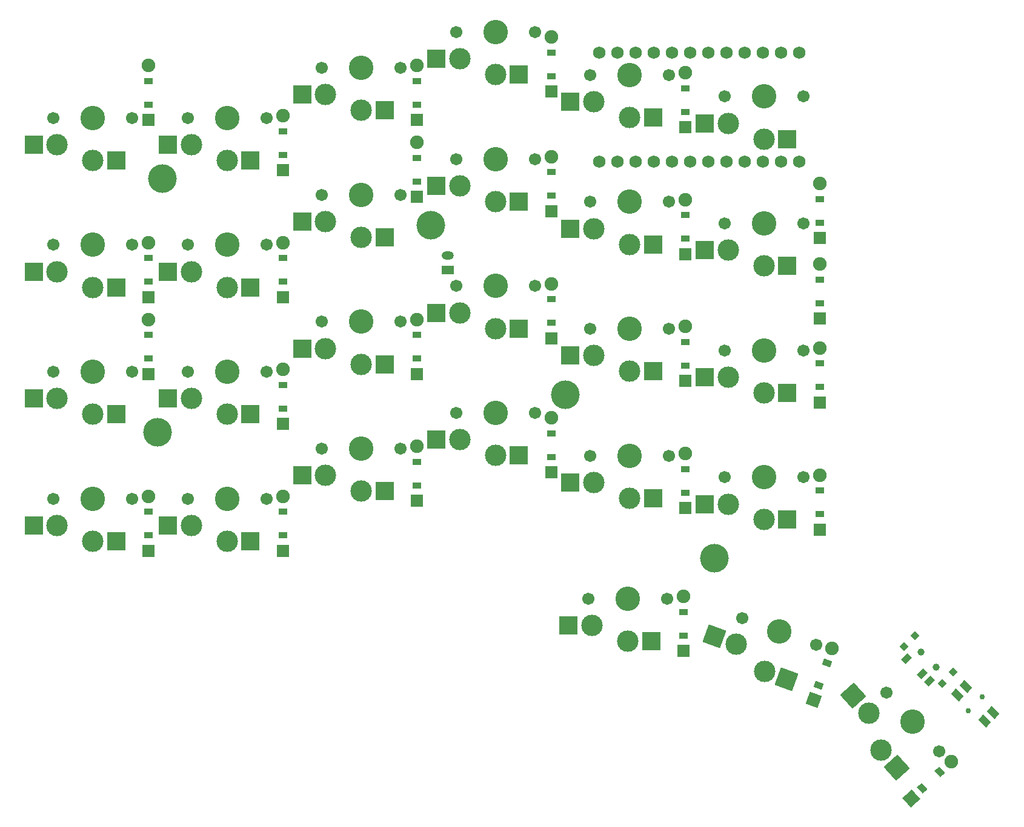
<source format=gbr>
%TF.GenerationSoftware,KiCad,Pcbnew,8.0.7*%
%TF.CreationDate,2024-12-27T12:49:26-06:00*%
%TF.ProjectId,left,6c656674-2e6b-4696-9361-645f70636258,v1.0.0*%
%TF.SameCoordinates,Original*%
%TF.FileFunction,Soldermask,Bot*%
%TF.FilePolarity,Negative*%
%FSLAX46Y46*%
G04 Gerber Fmt 4.6, Leading zero omitted, Abs format (unit mm)*
G04 Created by KiCad (PCBNEW 8.0.7) date 2024-12-27 12:49:26*
%MOMM*%
%LPD*%
G01*
G04 APERTURE LIST*
G04 Aperture macros list*
%AMRotRect*
0 Rectangle, with rotation*
0 The origin of the aperture is its center*
0 $1 length*
0 $2 width*
0 $3 Rotation angle, in degrees counterclockwise*
0 Add horizontal line*
21,1,$1,$2,0,0,$3*%
G04 Aperture macros list end*
%ADD10RotRect,0.900000X0.900000X316.000000*%
%ADD11C,1.000000*%
%ADD12RotRect,0.900000X1.250000X316.000000*%
%ADD13R,1.778000X1.778000*%
%ADD14R,1.200000X0.900000*%
%ADD15C,1.905000*%
%ADD16C,1.701800*%
%ADD17C,3.000000*%
%ADD18C,3.429000*%
%ADD19R,2.600000X2.600000*%
%ADD20C,1.752600*%
%ADD21C,4.000000*%
%ADD22RotRect,1.778000X1.778000X42.000000*%
%ADD23RotRect,0.900000X1.200000X42.000000*%
%ADD24C,0.750000*%
%ADD25RotRect,1.550000X1.000000X316.000000*%
%ADD26RotRect,2.600000X2.600000X160.000000*%
%ADD27R,1.700000X1.200000*%
%ADD28O,1.700000X1.200000*%
%ADD29RotRect,2.600000X2.600000X132.000000*%
%ADD30RotRect,1.778000X1.778000X70.000000*%
%ADD31RotRect,0.900000X1.200000X70.000000*%
G04 APERTURE END LIST*
D10*
%TO.C,T1*%
X214859089Y-169124410D03*
X213330841Y-170706958D03*
D11*
X215677512Y-171443932D03*
X217835532Y-173527908D03*
D10*
X220182203Y-174264882D03*
X218653955Y-175847430D03*
D12*
X213696591Y-172415569D03*
X215854611Y-174499544D03*
X216933620Y-175541531D03*
%TD*%
D13*
%TO.C,D13*%
X182800000Y-133560000D03*
D14*
X182800000Y-131400000D03*
X182800000Y-128100000D03*
D15*
X182800000Y-125940000D03*
%TD*%
D16*
%TO.C,S19*%
X180500000Y-108500000D03*
D17*
X175000000Y-114450000D03*
D18*
X175000000Y-108500000D03*
D17*
X170000000Y-112250000D03*
D16*
X169500000Y-108500000D03*
D19*
X178275000Y-114450000D03*
X166725000Y-112250000D03*
%TD*%
D13*
%TO.C,D14*%
X182800000Y-115810000D03*
D14*
X182800000Y-113650000D03*
X182800000Y-110350000D03*
D15*
X182800000Y-108190000D03*
%TD*%
D16*
%TO.C,S13*%
X161750000Y-138000000D03*
D17*
X156250000Y-143950000D03*
D18*
X156250000Y-138000000D03*
D17*
X151250000Y-141750000D03*
D16*
X150750000Y-138000000D03*
D19*
X159525000Y-143950000D03*
X147975000Y-141750000D03*
%TD*%
D13*
%TO.C,D25*%
X145300000Y-107810000D03*
D14*
X145300000Y-105650000D03*
X145300000Y-102350000D03*
D15*
X145300000Y-100190000D03*
%TD*%
D16*
%TO.C,S18*%
X180500000Y-126250000D03*
D17*
X175000000Y-132200000D03*
D18*
X175000000Y-126250000D03*
D17*
X170000000Y-130000000D03*
D16*
X169500000Y-126250000D03*
D19*
X178275000Y-132200000D03*
X166725000Y-130000000D03*
%TD*%
D20*
%TO.C,MCU1*%
X198720000Y-87630000D03*
X196180000Y-87630000D03*
X193640000Y-87630000D03*
X191100000Y-87630000D03*
X188560000Y-87630000D03*
X186020000Y-87630000D03*
X183480000Y-87630000D03*
X180940000Y-87630000D03*
X178400000Y-87630000D03*
X175860000Y-87630000D03*
X173320000Y-87630000D03*
X170780000Y-87630000D03*
X170780000Y-102870000D03*
X173320000Y-102870000D03*
X175860000Y-102870000D03*
X178400000Y-102870000D03*
X180940000Y-102870000D03*
X183480000Y-102870000D03*
X186020000Y-102870000D03*
X188560000Y-102870000D03*
X191100000Y-102870000D03*
X193640000Y-102870000D03*
X196180000Y-102870000D03*
X198720000Y-102870000D03*
%TD*%
D16*
%TO.C,S1*%
X105500000Y-150000000D03*
D17*
X100000000Y-155950000D03*
D18*
X100000000Y-150000000D03*
D17*
X95000000Y-153750000D03*
D16*
X94500000Y-150000000D03*
D19*
X103275000Y-155950000D03*
X91725000Y-153750000D03*
%TD*%
D16*
%TO.C,S9*%
X143000000Y-143000000D03*
D17*
X137500000Y-148950000D03*
D18*
X137500000Y-143000000D03*
D17*
X132500000Y-146750000D03*
D16*
X132000000Y-143000000D03*
D19*
X140775000Y-148950000D03*
X129225000Y-146750000D03*
%TD*%
D13*
%TO.C,D27*%
X164050000Y-93060000D03*
D14*
X164050000Y-90900000D03*
X164050000Y-87600000D03*
D15*
X164050000Y-85440000D03*
%TD*%
D16*
%TO.C,S10*%
X143000000Y-125250000D03*
D17*
X137500000Y-131200000D03*
D18*
X137500000Y-125250000D03*
D17*
X132500000Y-129000000D03*
D16*
X132000000Y-125250000D03*
D19*
X140775000Y-131200000D03*
X129225000Y-129000000D03*
%TD*%
D21*
%TO.C,*%
X109750000Y-105250000D03*
%TD*%
D16*
%TO.C,S14*%
X161750000Y-120250000D03*
D17*
X156250000Y-126200000D03*
D18*
X156250000Y-120250000D03*
D17*
X151250000Y-124000000D03*
D16*
X150750000Y-120250000D03*
D19*
X159525000Y-126200000D03*
X147975000Y-124000000D03*
%TD*%
D13*
%TO.C,D1*%
X107800000Y-157310000D03*
D14*
X107800000Y-155150000D03*
X107800000Y-151850000D03*
D15*
X107800000Y-149690000D03*
%TD*%
D16*
%TO.C,S12*%
X143000000Y-89750000D03*
D17*
X137500000Y-95700000D03*
D18*
X137500000Y-89750000D03*
D17*
X132500000Y-93500000D03*
D16*
X132000000Y-89750000D03*
D19*
X140775000Y-95700000D03*
X129225000Y-93500000D03*
%TD*%
D21*
%TO.C,*%
X109000000Y-140750000D03*
%TD*%
D16*
%TO.C,S20*%
X180500000Y-90750000D03*
D17*
X175000000Y-96700000D03*
D18*
X175000000Y-90750000D03*
D17*
X170000000Y-94500000D03*
D16*
X169500000Y-90750000D03*
D19*
X178275000Y-96700000D03*
X166725000Y-94500000D03*
%TD*%
D16*
%TO.C,S8*%
X124250000Y-96750000D03*
D17*
X118750000Y-102700000D03*
D18*
X118750000Y-96750000D03*
D17*
X113750000Y-100500000D03*
D16*
X113250000Y-96750000D03*
D19*
X122025000Y-102700000D03*
X110475000Y-100500000D03*
%TD*%
D16*
%TO.C,S24*%
X199250000Y-93750000D03*
D17*
X193750000Y-99700000D03*
D18*
X193750000Y-93750000D03*
D17*
X188750000Y-97500000D03*
D16*
X188250000Y-93750000D03*
D19*
X197025000Y-99700000D03*
X185475000Y-97500000D03*
%TD*%
D13*
%TO.C,D12*%
X182800000Y-151310000D03*
D14*
X182800000Y-149150000D03*
X182800000Y-145850000D03*
D15*
X182800000Y-143690000D03*
%TD*%
D16*
%TO.C,S23*%
X199250000Y-111500000D03*
D17*
X193750000Y-117450000D03*
D18*
X193750000Y-111500000D03*
D17*
X188750000Y-115250000D03*
D16*
X188250000Y-111500000D03*
D19*
X197025000Y-117450000D03*
X185475000Y-115250000D03*
%TD*%
D13*
%TO.C,D11*%
X164050000Y-109810000D03*
D14*
X164050000Y-107650000D03*
X164050000Y-104350000D03*
D15*
X164050000Y-102190000D03*
%TD*%
D13*
%TO.C,D15*%
X182800000Y-98060000D03*
D14*
X182800000Y-95900000D03*
X182800000Y-92600000D03*
D15*
X182800000Y-90440000D03*
%TD*%
D22*
%TO.C,D20*%
X214315419Y-191907998D03*
D23*
X215920612Y-190462676D03*
X218372990Y-188254544D03*
D15*
X219978183Y-186809222D03*
%TD*%
D13*
%TO.C,D22*%
X201550000Y-124810000D03*
D14*
X201550000Y-122650000D03*
X201550000Y-119350000D03*
D15*
X201550000Y-117190000D03*
%TD*%
D16*
%TO.C,S21*%
X199250000Y-147000000D03*
D17*
X193750000Y-152950000D03*
D18*
X193750000Y-147000000D03*
D17*
X188750000Y-150750000D03*
D16*
X188250000Y-147000000D03*
D19*
X197025000Y-152950000D03*
X185475000Y-150750000D03*
%TD*%
D13*
%TO.C,D18*%
X182550000Y-171310000D03*
D14*
X182550000Y-169150000D03*
X182550000Y-165850000D03*
D15*
X182550000Y-163690000D03*
%TD*%
D16*
%TO.C,S5*%
X124250000Y-150000000D03*
D17*
X118750000Y-155950000D03*
D18*
X118750000Y-150000000D03*
D17*
X113750000Y-153750000D03*
D16*
X113250000Y-150000000D03*
D19*
X122025000Y-155950000D03*
X110475000Y-153750000D03*
%TD*%
D16*
%TO.C,S15*%
X161750000Y-102500000D03*
D17*
X156250000Y-108450000D03*
D18*
X156250000Y-102500000D03*
D17*
X151250000Y-106250000D03*
D16*
X150750000Y-102500000D03*
D19*
X159525000Y-108450000D03*
X147975000Y-106250000D03*
%TD*%
D16*
%TO.C,S22*%
X199250000Y-129250000D03*
D17*
X193750000Y-135200000D03*
D18*
X193750000Y-129250000D03*
D17*
X188750000Y-133000000D03*
D16*
X188250000Y-129250000D03*
D19*
X197025000Y-135200000D03*
X185475000Y-133000000D03*
%TD*%
D16*
%TO.C,S7*%
X124250000Y-114500000D03*
D17*
X118750000Y-120450000D03*
D18*
X118750000Y-114500000D03*
D17*
X113750000Y-118250000D03*
D16*
X113250000Y-114500000D03*
D19*
X122025000Y-120450000D03*
X110475000Y-118250000D03*
%TD*%
D16*
%TO.C,S6*%
X124250000Y-132250000D03*
D17*
X118750000Y-138200000D03*
D18*
X118750000Y-132250000D03*
D17*
X113750000Y-136000000D03*
D16*
X113250000Y-132250000D03*
D19*
X122025000Y-138200000D03*
X110475000Y-136000000D03*
%TD*%
D13*
%TO.C,D24*%
X107800000Y-97060000D03*
D14*
X107800000Y-94900000D03*
X107800000Y-91600000D03*
D15*
X107800000Y-89440000D03*
%TD*%
D13*
%TO.C,D9*%
X145300000Y-97060000D03*
D14*
X145300000Y-94900000D03*
X145300000Y-91600000D03*
D15*
X145300000Y-89440000D03*
%TD*%
D24*
%TO.C,B1*%
X224254054Y-177716740D03*
X222343744Y-179694924D03*
D25*
X222001092Y-176270915D03*
X225777626Y-179917871D03*
X220820172Y-177493793D03*
X224596706Y-181140749D03*
%TD*%
D13*
%TO.C,D4*%
X126550000Y-139560000D03*
D14*
X126550000Y-137400000D03*
X126550000Y-134100000D03*
D15*
X126550000Y-131940000D03*
%TD*%
D16*
%TO.C,S2*%
X105500000Y-132250000D03*
D17*
X100000000Y-138200000D03*
D18*
X100000000Y-132250000D03*
D17*
X95000000Y-136000000D03*
D16*
X94500000Y-132250000D03*
D19*
X103275000Y-138200000D03*
X91725000Y-136000000D03*
%TD*%
D21*
%TO.C,*%
X166000000Y-135500000D03*
%TD*%
D13*
%TO.C,D3*%
X126550000Y-157310000D03*
D14*
X126550000Y-155150000D03*
X126550000Y-151850000D03*
D15*
X126550000Y-149690000D03*
%TD*%
D16*
%TO.C,S25*%
X180250000Y-164000000D03*
D17*
X174750000Y-169950000D03*
D18*
X174750000Y-164000000D03*
D17*
X169750000Y-167750000D03*
D16*
X169250000Y-164000000D03*
D19*
X178025000Y-169950000D03*
X166475000Y-167750000D03*
%TD*%
D13*
%TO.C,D16*%
X201550000Y-154310000D03*
D14*
X201550000Y-152150000D03*
X201550000Y-148850000D03*
D15*
X201550000Y-146690000D03*
%TD*%
D13*
%TO.C,D17*%
X201550000Y-136560000D03*
D14*
X201550000Y-134400000D03*
X201550000Y-131100000D03*
D15*
X201550000Y-128940000D03*
%TD*%
D16*
%TO.C,S26*%
X201037879Y-170442614D03*
D17*
X193834550Y-174152674D03*
D18*
X195869570Y-168561503D03*
D17*
X189888531Y-170375250D03*
D16*
X190701261Y-166680392D03*
D26*
X196912043Y-175272790D03*
X186811038Y-169255134D03*
%TD*%
D16*
%TO.C,S3*%
X105500000Y-114500000D03*
D17*
X100000000Y-120450000D03*
D18*
X100000000Y-114500000D03*
D17*
X95000000Y-118250000D03*
D16*
X94500000Y-114500000D03*
D19*
X103275000Y-120450000D03*
X91725000Y-118250000D03*
%TD*%
D13*
%TO.C,D26*%
X164050000Y-146310000D03*
D14*
X164050000Y-144150000D03*
X164050000Y-140850000D03*
D15*
X164050000Y-138690000D03*
%TD*%
D27*
%TO.C,JST1*%
X149550000Y-118000000D03*
D28*
X149550000Y-116000000D03*
%TD*%
D13*
%TO.C,D23*%
X107800000Y-132560000D03*
D14*
X107800000Y-130400000D03*
X107800000Y-127100000D03*
D15*
X107800000Y-124940000D03*
%TD*%
D16*
%TO.C,S17*%
X180500000Y-144000000D03*
D17*
X175000000Y-149950000D03*
D18*
X175000000Y-144000000D03*
D17*
X170000000Y-147750000D03*
D16*
X169500000Y-144000000D03*
D19*
X178275000Y-149950000D03*
X166725000Y-147750000D03*
%TD*%
D13*
%TO.C,D21*%
X201550000Y-113560000D03*
D14*
X201550000Y-111400000D03*
X201550000Y-108100000D03*
D15*
X201550000Y-105940000D03*
%TD*%
D13*
%TO.C,D8*%
X145300000Y-132560000D03*
D14*
X145300000Y-130400000D03*
X145300000Y-127100000D03*
D15*
X145300000Y-124940000D03*
%TD*%
D13*
%TO.C,D7*%
X145300000Y-150310000D03*
D14*
X145300000Y-148150000D03*
X145300000Y-144850000D03*
D15*
X145300000Y-142690000D03*
%TD*%
D16*
%TO.C,S27*%
X218208807Y-185307420D03*
D17*
X210106877Y-185201450D03*
D18*
X214528589Y-181220123D03*
D17*
X208396143Y-180013639D03*
D16*
X210848371Y-177132826D03*
D29*
X212298280Y-187635249D03*
X206204740Y-177579839D03*
%TD*%
D13*
%TO.C,D10*%
X164050000Y-127560000D03*
D14*
X164050000Y-125400000D03*
X164050000Y-122100000D03*
D15*
X164050000Y-119940000D03*
%TD*%
D21*
%TO.C,*%
X186816389Y-158349259D03*
%TD*%
D16*
%TO.C,S11*%
X143000000Y-107500000D03*
D17*
X137500000Y-113450000D03*
D18*
X137500000Y-107500000D03*
D17*
X132500000Y-111250000D03*
D16*
X132000000Y-107500000D03*
D19*
X140775000Y-113450000D03*
X129225000Y-111250000D03*
%TD*%
D13*
%TO.C,D5*%
X126550000Y-121810000D03*
D14*
X126550000Y-119650000D03*
X126550000Y-116350000D03*
D15*
X126550000Y-114190000D03*
%TD*%
D16*
%TO.C,S4*%
X105500000Y-96750000D03*
D17*
X100000000Y-102700000D03*
D18*
X100000000Y-96750000D03*
D17*
X95000000Y-100500000D03*
D16*
X94500000Y-96750000D03*
D19*
X103275000Y-102700000D03*
X91725000Y-100500000D03*
%TD*%
D30*
%TO.C,D19*%
X200699005Y-178098413D03*
D31*
X201437769Y-176068677D03*
X202566435Y-172967691D03*
D15*
X203305199Y-170937955D03*
%TD*%
D13*
%TO.C,D6*%
X126550000Y-104060000D03*
D14*
X126550000Y-101900000D03*
X126550000Y-98600000D03*
D15*
X126550000Y-96440000D03*
%TD*%
D16*
%TO.C,S16*%
X161750000Y-84750000D03*
D17*
X156250000Y-90700000D03*
D18*
X156250000Y-84750000D03*
D17*
X151250000Y-88500000D03*
D16*
X150750000Y-84750000D03*
D19*
X159525000Y-90700000D03*
X147975000Y-88500000D03*
%TD*%
D21*
%TO.C,*%
X147250000Y-111750000D03*
%TD*%
D13*
%TO.C,D2*%
X107800000Y-121810000D03*
D14*
X107800000Y-119650000D03*
X107800000Y-116350000D03*
D15*
X107800000Y-114190000D03*
%TD*%
M02*

</source>
